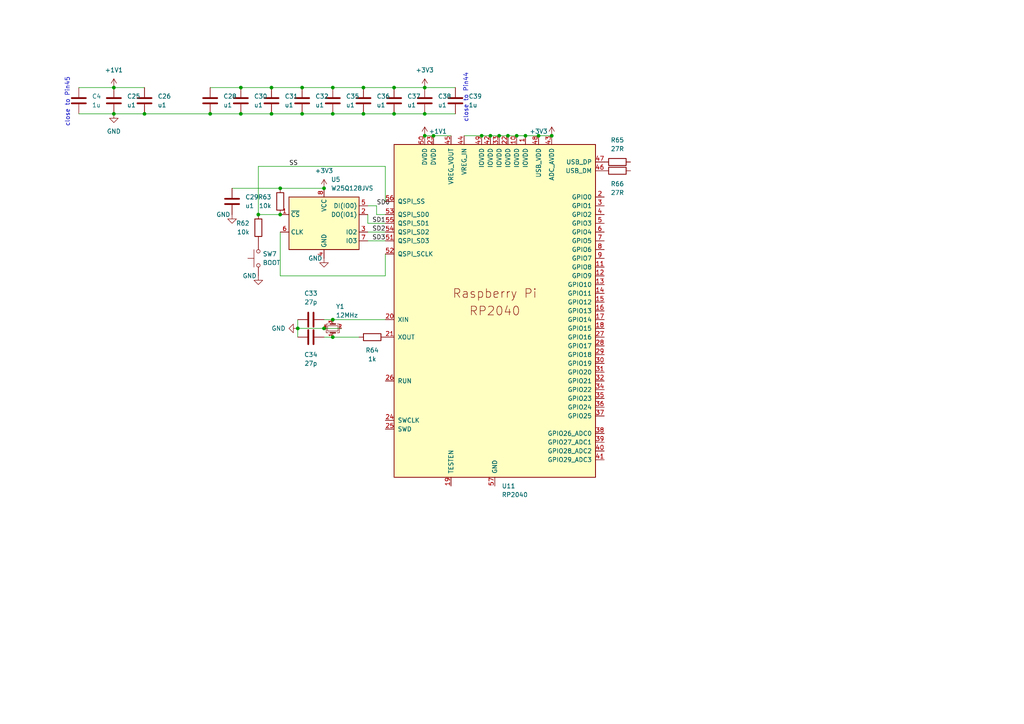
<source format=kicad_sch>
(kicad_sch (version 20211123) (generator eeschema)
  (paper "A4")
  (lib_symbols
    (symbol "Device:C" (pin_numbers hide) (pin_names (offset 0.254))
      (property "Reference" "C" (at 0.635 2.54 0))
      (property "Value" "C" (at 0.635 -2.54 0))
      (symbol "C_0_1"
        (polyline (pts (xy -2.032 -0.762) (xy 2.032 -0.762)) (stroke (width 0.508)))
        (polyline (pts (xy -2.032 0.762) (xy 2.032 0.762)) (stroke (width 0.508)))
      )
      (symbol "C_1_1"
        (pin passive line (at 0 3.81 270) (length 2.794) (name "~") (number "1"))
        (pin passive line (at 0 -3.81 90) (length 2.794) (name "~") (number "2"))
      )
    )
    (symbol "Device:Crystal_GND24_Small" (pin_names (offset 1.016) hide)
      (property "Reference" "Y" (at 1.27 4.445 0))
      (property "Value" "Crystal_GND24_Small" (at 1.27 2.54 0))
      (symbol "Crystal_GND24_Small_0_1"
        (rectangle (start -0.762 -1.524) (end 0.762 1.524))
        (polyline (pts (xy -1.27 -0.762) (xy -1.27 0.762)) (stroke (width 0.381)))
        (polyline (pts (xy 1.27 -0.762) (xy 1.27 0.762)) (stroke (width 0.381)))
        (polyline (pts (xy -1.27 -1.27) (xy -1.27 -1.905) (xy 1.27 -1.905) (xy 1.27 -1.27)))
        (polyline (pts (xy -1.27 1.27) (xy -1.27 1.905) (xy 1.27 1.905) (xy 1.27 1.27)))
      )
      (symbol "Crystal_GND24_Small_1_1"
        (pin passive line (at -2.54 0 0) (length 1.27) (name "1") (number "1"))
        (pin passive line (at 0 -2.54 90) (length 0.635) (name "2") (number "2"))
        (pin passive line (at 2.54 0 180) (length 1.27) (name "3") (number "3"))
        (pin passive line (at 0 2.54 270) (length 0.635) (name "4") (number "4"))
      )
    )
    (symbol "Device:R" (pin_numbers hide) (pin_names (offset 0))
      (property "Reference" "R" (at 2.032 0 90))
      (property "Value" "R" (at 0 0 90))
      (symbol "R_0_1"
        (rectangle (start -1.016 -2.54) (end 1.016 2.54) (stroke (width 0.254)))
      )
      (symbol "R_1_1"
        (pin passive line (at 0 3.81 270) (length 1.27) (name "~") (number "1"))
        (pin passive line (at 0 -3.81 90) (length 1.27) (name "~") (number "2"))
      )
    )
    (symbol "MCU_RaspberryPi_RP2040:RP2040" (pin_names (offset 1.016))
      (property "Reference" "U" (at -29.21 49.53 0))
      (property "Value" "RP2040" (at 24.13 -49.53 0))
      (symbol "RP2040_0_0"
        (text "Raspberry Pi" (at 0 5.08 0) (effects (font (size 2.54 2.54))))
        (text "RP2040" (at 0 0 0) (effects (font (size 2.54 2.54))))
      )
      (symbol "RP2040_0_1"
        (rectangle (start 29.21 48.26) (end -29.21 -48.26) (stroke (width 0.254)) (fill (type background)))
      )
      (symbol "RP2040_1_1"
        (pin power_in line (at 8.89 50.8 270) (length 2.54) (name "IOVDD") (number "1"))
        (pin power_in line (at 6.35 50.8 270) (length 2.54) (name "IOVDD") (number "10"))
        (pin bidirectional line (at 31.75 12.7 180) (length 2.54) (name "GPIO8") (number "11"))
        (pin bidirectional line (at 31.75 10.16 180) (length 2.54) (name "GPIO9") (number "12"))
        (pin bidirectional line (at 31.75 7.62 180) (length 2.54) (name "GPIO10") (number "13"))
        (pin bidirectional line (at 31.75 5.08 180) (length 2.54) (name "GPIO11") (number "14"))
        (pin bidirectional line (at 31.75 2.54 180) (length 2.54) (name "GPIO12") (number "15"))
        (pin bidirectional line (at 31.75 0 180) (length 2.54) (name "GPIO13") (number "16"))
        (pin bidirectional line (at 31.75 -2.54 180) (length 2.54) (name "GPIO14") (number "17"))
        (pin bidirectional line (at 31.75 -5.08 180) (length 2.54) (name "GPIO15") (number "18"))
        (pin passive line (at -12.7 -50.8 90) (length 2.54) (name "TESTEN") (number "19"))
        (pin bidirectional line (at 31.75 33.02 180) (length 2.54) (name "GPIO0") (number "2"))
        (pin input line (at -31.75 -2.54 0) (length 2.54) (name "XIN") (number "20"))
        (pin passive line (at -31.75 -7.62 0) (length 2.54) (name "XOUT") (number "21"))
        (pin power_in line (at 3.81 50.8 270) (length 2.54) (name "IOVDD") (number "22"))
        (pin power_in line (at -17.78 50.8 270) (length 2.54) (name "DVDD") (number "23"))
        (pin output line (at -31.75 -31.75 0) (length 2.54) (name "SWCLK") (number "24"))
        (pin bidirectional line (at -31.75 -34.29 0) (length 2.54) (name "SWD") (number "25"))
        (pin input line (at -31.75 -20.32 0) (length 2.54) (name "RUN") (number "26"))
        (pin bidirectional line (at 31.75 -7.62 180) (length 2.54) (name "GPIO16") (number "27"))
        (pin bidirectional line (at 31.75 -10.16 180) (length 2.54) (name "GPIO17") (number "28"))
        (pin bidirectional line (at 31.75 -12.7 180) (length 2.54) (name "GPIO18") (number "29"))
        (pin bidirectional line (at 31.75 30.48 180) (length 2.54) (name "GPIO1") (number "3"))
        (pin bidirectional line (at 31.75 -15.24 180) (length 2.54) (name "GPIO19") (number "30"))
        (pin bidirectional line (at 31.75 -17.78 180) (length 2.54) (name "GPIO20") (number "31"))
        (pin bidirectional line (at 31.75 -20.32 180) (length 2.54) (name "GPIO21") (number "32"))
        (pin power_in line (at 1.27 50.8 270) (length 2.54) (name "IOVDD") (number "33"))
        (pin bidirectional line (at 31.75 -22.86 180) (length 2.54) (name "GPIO22") (number "34"))
        (pin bidirectional line (at 31.75 -25.4 180) (length 2.54) (name "GPIO23") (number "35"))
        (pin bidirectional line (at 31.75 -27.94 180) (length 2.54) (name "GPIO24") (number "36"))
        (pin bidirectional line (at 31.75 -30.48 180) (length 2.54) (name "GPIO25") (number "37"))
        (pin bidirectional line (at 31.75 -35.56 180) (length 2.54) (name "GPIO26_ADC0") (number "38"))
        (pin bidirectional line (at 31.75 -38.1 180) (length 2.54) (name "GPIO27_ADC1") (number "39"))
        (pin bidirectional line (at 31.75 27.94 180) (length 2.54) (name "GPIO2") (number "4"))
        (pin bidirectional line (at 31.75 -40.64 180) (length 2.54) (name "GPIO28_ADC2") (number "40"))
        (pin bidirectional line (at 31.75 -43.18 180) (length 2.54) (name "GPIO29_ADC3") (number "41"))
        (pin power_in line (at -1.27 50.8 270) (length 2.54) (name "IOVDD") (number "42"))
        (pin power_in line (at 16.51 50.8 270) (length 2.54) (name "ADC_AVDD") (number "43"))
        (pin power_in line (at -8.89 50.8 270) (length 2.54) (name "VREG_IN") (number "44"))
        (pin power_out line (at -12.7 50.8 270) (length 2.54) (name "VREG_VOUT") (number "45"))
        (pin bidirectional line (at 31.75 40.64 180) (length 2.54) (name "USB_DM") (number "46"))
        (pin bidirectional line (at 31.75 43.18 180) (length 2.54) (name "USB_DP") (number "47"))
        (pin power_in line (at 12.7 50.8 270) (length 2.54) (name "USB_VDD") (number "48"))
        (pin power_in line (at -3.81 50.8 270) (length 2.54) (name "IOVDD") (number "49"))
        (pin bidirectional line (at 31.75 25.4 180) (length 2.54) (name "GPIO3") (number "5"))
        (pin power_in line (at -20.32 50.8 270) (length 2.54) (name "DVDD") (number "50"))
        (pin bidirectional line (at -31.75 20.32 0) (length 2.54) (name "QSPI_SD3") (number "51"))
        (pin output line (at -31.75 16.51 0) (length 2.54) (name "QSPI_SCLK") (number "52"))
        (pin bidirectional line (at -31.75 27.94 0) (length 2.54) (name "QSPI_SD0") (number "53"))
        (pin bidirectional line (at -31.75 22.86 0) (length 2.54) (name "QSPI_SD2") (number "54"))
        (pin bidirectional line (at -31.75 25.4 0) (length 2.54) (name "QSPI_SD1") (number "55"))
        (pin bidirectional line (at -31.75 31.75 0) (length 2.54) (name "QSPI_SS") (number "56"))
        (pin power_in line (at 0 -50.8 90) (length 2.54) (name "GND") (number "57"))
        (pin bidirectional line (at 31.75 22.86 180) (length 2.54) (name "GPIO4") (number "6"))
        (pin bidirectional line (at 31.75 20.32 180) (length 2.54) (name "GPIO5") (number "7"))
        (pin bidirectional line (at 31.75 17.78 180) (length 2.54) (name "GPIO6") (number "8"))
        (pin bidirectional line (at 31.75 15.24 180) (length 2.54) (name "GPIO7") (number "9"))
      )
    )
    (symbol "Memory_Flash:W25Q128JVS"
      (property "Reference" "U" (at -8.89 8.89 0))
      (property "Value" "W25Q128JVS" (at 7.62 8.89 0))
      (symbol "W25Q128JVS_0_1"
        (rectangle (start -10.16 7.62) (end 10.16 -7.62) (stroke (width 0.254)) (fill (type background)))
      )
      (symbol "W25Q128JVS_1_1"
        (pin input line (at -12.7 2.54 0) (length 2.54) (name "~{CS}") (number "1"))
        (pin bidirectional line (at 12.7 2.54 180) (length 2.54) (name "DO(IO1)") (number "2"))
        (pin bidirectional line (at 12.7 -2.54 180) (length 2.54) (name "IO2") (number "3"))
        (pin power_in line (at 0 -10.16 90) (length 2.54) (name "GND") (number "4"))
        (pin bidirectional line (at 12.7 5.08 180) (length 2.54) (name "DI(IO0)") (number "5"))
        (pin input line (at -12.7 -2.54 0) (length 2.54) (name "CLK") (number "6"))
        (pin bidirectional line (at 12.7 -5.08 180) (length 2.54) (name "IO3") (number "7"))
        (pin power_in line (at 0 10.16 270) (length 2.54) (name "VCC") (number "8"))
      )
    )
    (symbol "Switch:SW_Push" (pin_numbers hide) (pin_names (offset 1.016) hide)
      (property "Reference" "SW" (at 1.27 2.54 0))
      (property "Value" "SW_Push" (at 0 -1.524 0))
      (symbol "SW_Push_0_1"
        (circle (center -2.032 0) (radius 0.508))
        (polyline (pts (xy 0 1.27) (xy 0 3.048)))
        (polyline (pts (xy 2.54 1.27) (xy -2.54 1.27)))
        (circle (center 2.032 0) (radius 0.508))
        (pin passive line (at -5.08 0 0) (length 2.54) (name "1") (number "1"))
        (pin passive line (at 5.08 0 180) (length 2.54) (name "2") (number "2"))
      )
    )
    (symbol "power:+1V1" (power) (pin_names (offset 0))
      (property "Value" "+1V1" (at 0 3.556 0))
      (symbol "+1V1_0_1"
        (polyline (pts (xy -0.762 1.27) (xy 0 2.54)))
        (polyline (pts (xy 0 0) (xy 0 2.54)))
        (polyline (pts (xy 0 2.54) (xy 0.762 1.27)))
      )
      (symbol "+1V1_1_1"
        (pin power_in line (at 0 0 90) (length 0) hide (name "+1V1") (number "1"))
      )
    )
    (symbol "power:+3V3" (power) (pin_names (offset 0))
      (property "Value" "+3V3" (at 0 3.556 0))
      (symbol "+3V3_0_1"
        (polyline (pts (xy -0.762 1.27) (xy 0 2.54)))
        (polyline (pts (xy 0 0) (xy 0 2.54)))
        (polyline (pts (xy 0 2.54) (xy 0.762 1.27)))
      )
      (symbol "+3V3_1_1"
        (pin power_in line (at 0 0 90) (length 0) hide (name "+3V3") (number "1"))
      )
    )
    (symbol "power:GND" (power) (pin_names (offset 0))
      (property "Value" "GND" (at 0 -3.81 0))
      (symbol "GND_0_1"
        (polyline (pts (xy 0 0) (xy 0 -1.27) (xy 1.27 -1.27) (xy 0 -2.54) (xy -1.27 -1.27) (xy 0 -1.27)))
      )
      (symbol "GND_1_1"
        (pin power_in line (at 0 0 270) (length 0) hide (name "GND") (number "1"))
      )
    )
  )
  (junction (at 78.74 33.02))
  (junction (at 139.7 39.37))
  (junction (at 81.28 62.23))
  (junction (at 86.36 95.25))
  (junction (at 114.3 33.02))
  (junction (at 93.98 95.25))
  (junction (at 60.96 33.02))
  (junction (at 96.52 97.79))
  (junction (at 123.19 39.37))
  (junction (at 41.91 33.02))
  (junction (at 156.21 39.37))
  (junction (at 96.52 92.71))
  (junction (at 144.78 39.37))
  (junction (at 160.02 39.37))
  (junction (at 81.28 54.61))
  (junction (at 96.52 33.02))
  (junction (at 33.02 25.4))
  (junction (at 93.98 54.61))
  (junction (at 96.52 25.4))
  (junction (at 142.24 39.37))
  (junction (at 147.32 39.37))
  (junction (at 105.41 25.4))
  (junction (at 152.4 39.37))
  (junction (at 105.41 33.02))
  (junction (at 78.74 25.4))
  (junction (at 33.02 33.02))
  (junction (at 74.93 62.23))
  (junction (at 149.86 39.37))
  (junction (at 125.73 39.37))
  (junction (at 69.85 33.02))
  (junction (at 69.85 25.4))
  (junction (at 87.63 33.02))
  (junction (at 123.19 33.02))
  (junction (at 87.63 25.4))
  (junction (at 123.19 25.4))
  (junction (at 114.3 25.4))
  (wire (pts (xy 86.36 92.71) (xy 86.36 95.25)))
  (wire (pts (xy 96.52 97.79) (xy 104.14 97.79)))
  (wire (pts (xy 74.93 48.26) (xy 74.93 62.23)))
  (wire (pts (xy 96.52 92.71) (xy 111.76 92.71)))
  (wire (pts (xy 111.76 64.77) (xy 106.68 64.77)))
  (wire (pts (xy 111.76 73.66) (xy 111.76 80.01)))
  (wire (pts (xy 144.78 39.37) (xy 147.32 39.37)))
  (wire (pts (xy 87.63 25.4) (xy 96.52 25.4)))
  (wire (pts (xy 33.02 33.02) (xy 41.91 33.02)))
  (wire (pts (xy 67.31 54.61) (xy 81.28 54.61)))
  (wire (pts (xy 142.24 39.37) (xy 144.78 39.37)))
  (wire (pts (xy 81.28 54.61) (xy 93.98 54.61)))
  (wire (pts (xy 93.98 95.25) (xy 99.06 95.25)))
  (wire (pts (xy 111.76 80.01) (xy 81.28 80.01)))
  (wire (pts (xy 147.32 39.37) (xy 149.86 39.37)))
  (wire (pts (xy 22.86 25.4) (xy 33.02 25.4)))
  (wire (pts (xy 86.36 95.25) (xy 93.98 95.25)))
  (wire (pts (xy 114.3 25.4) (xy 123.19 25.4)))
  (wire (pts (xy 93.98 92.71) (xy 96.52 92.71)))
  (wire (pts (xy 125.73 39.37) (xy 130.81 39.37)))
  (wire (pts (xy 78.74 25.4) (xy 87.63 25.4)))
  (wire (pts (xy 123.19 25.4) (xy 132.08 25.4)))
  (wire (pts (xy 152.4 39.37) (xy 156.21 39.37)))
  (wire (pts (xy 41.91 33.02) (xy 60.96 33.02)))
  (wire (pts (xy 105.41 25.4) (xy 114.3 25.4)))
  (wire (pts (xy 60.96 33.02) (xy 69.85 33.02)))
  (wire (pts (xy 60.96 25.4) (xy 69.85 25.4)))
  (wire (pts (xy 69.85 25.4) (xy 78.74 25.4)))
  (wire (pts (xy 114.3 33.02) (xy 123.19 33.02)))
  (wire (pts (xy 111.76 48.26) (xy 74.93 48.26)))
  (wire (pts (xy 93.98 97.79) (xy 96.52 97.79)))
  (wire (pts (xy 69.85 33.02) (xy 78.74 33.02)))
  (wire (pts (xy 156.21 39.37) (xy 160.02 39.37)))
  (wire (pts (xy 106.68 64.77) (xy 106.68 62.23)))
  (wire (pts (xy 96.52 33.02) (xy 105.41 33.02)))
  (wire (pts (xy 139.7 39.37) (xy 142.24 39.37)))
  (wire (pts (xy 105.41 33.02) (xy 114.3 33.02)))
  (wire (pts (xy 111.76 62.23) (xy 109.22 62.23)))
  (wire (pts (xy 106.68 69.85) (xy 111.76 69.85)))
  (wire (pts (xy 149.86 39.37) (xy 152.4 39.37)))
  (wire (pts (xy 106.68 67.31) (xy 111.76 67.31)))
  (wire (pts (xy 33.02 25.4) (xy 41.91 25.4)))
  (wire (pts (xy 87.63 33.02) (xy 96.52 33.02)))
  (wire (pts (xy 78.74 33.02) (xy 87.63 33.02)))
  (wire (pts (xy 123.19 39.37) (xy 125.73 39.37)))
  (wire (pts (xy 109.22 62.23) (xy 109.22 59.69)))
  (wire (pts (xy 109.22 59.69) (xy 106.68 59.69)))
  (wire (pts (xy 134.62 39.37) (xy 139.7 39.37)))
  (wire (pts (xy 81.28 80.01) (xy 81.28 67.31)))
  (wire (pts (xy 111.76 58.42) (xy 111.76 48.26)))
  (wire (pts (xy 22.86 33.02) (xy 33.02 33.02)))
  (wire (pts (xy 74.93 62.23) (xy 81.28 62.23)))
  (wire (pts (xy 123.19 33.02) (xy 132.08 33.02)))
  (wire (pts (xy 86.36 95.25) (xy 86.36 97.79)))
  (wire (pts (xy 96.52 25.4) (xy 105.41 25.4)))
  (text "close to Pin44" (at 135.89 35.56 90) (effects (font (size 1.27 1.27)) (justify left bottom)))
  (text "close to Pin45" (at 20.32 36.83 90) (effects (font (size 1.27 1.27)) (justify left bottom)))
  (label "SD2" (at 107.95 67.31 0))
  (label "SD1" (at 107.95 64.77 0))
  (label "SD0" (at 109.22 59.69 0))
  (label "SS" (at 83.82 48.26 0))
  (label "SD3" (at 107.95 69.85 0))
  (symbol (lib_id "Device:C") (at 60.96 29.21 0) (unit 1)
    (property "Reference" "C28" (at 64.77 27.9399 0) (effects (justify left)))
    (property "Value" "u1" (at 64.77 30.4799 0) (effects (justify left)))
    (property "Footprint" "Capacitor_SMD:C_0402_1005Metric" (effects hide))
  )
  (symbol (lib_id "Device:R") (at 179.07 49.53 90) (unit 1)
    (property "Reference" "R66" (at 179.07 53.34 90))
    (property "Value" "27R" (at 179.07 55.88 90))
    (property "Footprint" "Resistor_SMD:R_0603_1608Metric" (effects hide))
  )
  (symbol (lib_id "Device:C") (at 90.17 92.71 90) (unit 1)
    (property "Reference" "C33" (at 90.17 85.09 90))
    (property "Value" "27p" (at 90.17 87.63 90))
    (property "Footprint" "Capacitor_SMD:C_0402_1005Metric" (effects hide))
  )
  (symbol (lib_id "Device:R") (at 81.28 58.42 180) (unit 1)
    (property "Reference" "R63" (at 78.74 57.1499 0) (effects (justify left)))
    (property "Value" "10k" (at 78.74 59.6899 0) (effects (justify left)))
    (property "Footprint" "Resistor_SMD:R_0402_1005Metric" (effects hide))
  )
  (symbol (lib_id "Device:C") (at 132.08 29.21 0) (unit 1)
    (property "Reference" "C39" (at 135.89 27.9399 0) (effects (justify left)))
    (property "Value" "1u" (at 135.89 30.4799 0) (effects (justify left)))
    (property "Footprint" "Capacitor_SMD:C_0402_1005Metric" (effects hide))
  )
  (symbol (lib_id "power:+3V3") (at 123.19 25.4 0) (unit 1)
    (property "Reference" "#PWR086" (effects hide))
    (property "Value" "+3V3" (at 123.19 20.32 0))
  )
  (symbol (lib_id "power:+1V1") (at 123.19 39.37 0) (unit 1)
    (property "Reference" "#PWR087" (effects hide))
    (property "Value" "+1V1" (at 127 38.1 0))
  )
  (symbol (lib_id "power:GND") (at 33.02 33.02 0) (unit 1)
    (property "Reference" "#PWR080" (effects hide))
    (property "Value" "GND" (at 33.02 38.1 0))
  )
  (symbol (lib_id "power:GND") (at 74.93 80.01 0) (unit 1)
    (property "Reference" "#PWR082" (effects hide))
    (property "Value" "GND" (at 72.39 80.01 0))
  )
  (symbol (lib_id "Device:C") (at 87.63 29.21 0) (unit 1)
    (property "Reference" "C32" (at 91.44 27.9399 0) (effects (justify left)))
    (property "Value" "u1" (at 91.44 30.4799 0) (effects (justify left)))
    (property "Footprint" "Capacitor_SMD:C_0402_1005Metric" (effects hide))
  )
  (symbol (lib_id "Device:C") (at 114.3 29.21 0) (unit 1)
    (property "Reference" "C37" (at 118.11 27.9399 0) (effects (justify left)))
    (property "Value" "u1" (at 118.11 30.4799 0) (effects (justify left)))
    (property "Footprint" "Capacitor_SMD:C_0402_1005Metric" (effects hide))
  )
  (symbol (lib_id "Device:R") (at 74.93 66.04 180) (unit 1)
    (property "Reference" "R62" (at 72.39 64.7699 0) (effects (justify left)))
    (property "Value" "10k" (at 72.39 67.3099 0) (effects (justify left)))
    (property "Footprint" "Resistor_SMD:R_0402_1005Metric" (effects hide))
  )
  (symbol (lib_id "Device:C") (at 33.02 29.21 0) (unit 1)
    (property "Reference" "C25" (at 36.83 27.9399 0) (effects (justify left)))
    (property "Value" "u1" (at 36.83 30.4799 0) (effects (justify left)))
    (property "Footprint" "Capacitor_SMD:C_0402_1005Metric" (effects hide))
  )
  (symbol (lib_id "Device:Crystal_GND24_Small") (at 96.52 95.25 90) (unit 1)
    (property "Reference" "Y1" (at 97.4089 88.9 90) (effects (justify right)))
    (property "Value" "12MHz" (at 97.4089 91.44 90) (effects (justify right)))
    (property "Footprint" "Crystal:Crystal_SMD_3225-4Pin_3.2x2.5mm" (effects hide))
  )
  (symbol (lib_id "Device:C") (at 90.17 97.79 90) (unit 1)
    (property "Reference" "C34" (at 90.17 102.87 90))
    (property "Value" "27p" (at 90.17 105.41 90))
    (property "Footprint" "Capacitor_SMD:C_0402_1005Metric" (effects hide))
  )
  (symbol (lib_id "power:GND") (at 93.98 74.93 0) (unit 1)
    (property "Reference" "#PWR085" (effects hide))
    (property "Value" "GND" (at 91.44 74.93 0))
  )
  (symbol (lib_id "Device:C") (at 123.19 29.21 0) (unit 1)
    (property "Reference" "C38" (at 127 27.9399 0) (effects (justify left)))
    (property "Value" "u1" (at 127 30.4799 0) (effects (justify left)))
    (property "Footprint" "Capacitor_SMD:C_0402_1005Metric" (effects hide))
  )
  (symbol (lib_id "power:+3V3") (at 93.98 54.61 0) (unit 1)
    (property "Reference" "#PWR084" (effects hide))
    (property "Value" "+3V3" (at 93.98 49.53 0))
  )
  (symbol (lib_id "power:+1V1") (at 33.02 25.4 0) (unit 1)
    (property "Reference" "#PWR079" (effects hide))
    (property "Value" "+1V1" (at 33.02 20.32 0))
  )
  (symbol (lib_id "power:GND") (at 67.31 62.23 0) (unit 1)
    (property "Reference" "#PWR081" (effects hide))
    (property "Value" "GND" (at 64.77 62.23 0))
  )
  (symbol (lib_id "power:GND") (at 86.36 95.25 270) (unit 1)
    (property "Reference" "#PWR083" (effects hide))
    (property "Value" "GND" (at 78.74 95.25 90) (effects (justify left)))
  )
  (symbol (lib_id "Switch:SW_Push") (at 74.93 74.93 90) (unit 1)
    (property "Reference" "SW7" (at 76.2 73.6599 90) (effects (justify right)))
    (property "Value" "BOOT" (at 76.2 76.1999 90) (effects (justify right)))
    (property "Footprint" "Button_Switch_SMD:SW_SPST_TL3342" (effects hide))
  )
  (symbol (lib_id "Device:R") (at 107.95 97.79 90) (unit 1)
    (property "Reference" "R64" (at 107.95 101.6 90))
    (property "Value" "1k" (at 107.95 104.14 90))
    (property "Footprint" "Resistor_SMD:R_0402_1005Metric" (effects hide))
  )
  (symbol (lib_id "Device:R") (at 179.07 46.99 90) (unit 1)
    (property "Reference" "R65" (at 179.07 40.64 90))
    (property "Value" "27R" (at 179.07 43.18 90))
    (property "Footprint" "Resistor_SMD:R_0603_1608Metric" (effects hide))
  )
  (symbol (lib_id "Memory_Flash:W25Q128JVS") (at 93.98 64.77 0) (unit 1)
    (property "Reference" "U5" (at 95.9994 52.07 0) (effects (justify left)))
    (property "Value" "W25Q128JVS" (at 95.9994 54.61 0) (effects (justify left)))
    (property "Footprint" "Package_SO:SOIC-8_5.23x5.23mm_P1.27mm" (effects hide))
    (property "Datasheet" "http://www.winbond.com/resource-files/w25q128jv_dtr%20revc%2003272018%20plus.pdf" (effects hide))
  )
  (symbol (lib_id "Device:C") (at 96.52 29.21 0) (unit 1)
    (property "Reference" "C35" (at 100.33 27.9399 0) (effects (justify left)))
    (property "Value" "u1" (at 100.33 30.4799 0) (effects (justify left)))
    (property "Footprint" "Capacitor_SMD:C_0402_1005Metric" (effects hide))
  )
  (symbol (lib_id "power:+3V3") (at 160.02 39.37 0) (unit 1)
    (property "Reference" "#PWR088" (effects hide))
    (property "Value" "+3V3" (at 156.21 38.1 0))
  )
  (symbol (lib_id "Device:C") (at 41.91 29.21 0) (unit 1)
    (property "Reference" "C26" (at 45.72 27.9399 0) (effects (justify left)))
    (property "Value" "u1" (at 45.72 30.4799 0) (effects (justify left)))
    (property "Footprint" "Capacitor_SMD:C_0402_1005Metric" (effects hide))
  )
  (symbol (lib_id "Device:C") (at 67.31 58.42 0) (unit 1)
    (property "Reference" "C29" (at 71.12 57.1499 0) (effects (justify left)))
    (property "Value" "u1" (at 71.12 59.6899 0) (effects (justify left)))
    (property "Footprint" "Capacitor_SMD:C_0402_1005Metric" (effects hide))
  )
  (symbol (lib_id "Device:C") (at 22.86 29.21 0) (unit 1)
    (property "Reference" "C4" (at 26.67 27.9399 0) (effects (justify left)))
    (property "Value" "1u" (at 26.67 30.4799 0) (effects (justify left)))
    (property "Footprint" "Capacitor_SMD:C_0402_1005Metric" (effects hide))
  )
  (symbol (lib_id "Device:C") (at 69.85 29.21 0) (unit 1)
    (property "Reference" "C30" (at 73.66 27.9399 0) (effects (justify left)))
    (property "Value" "u1" (at 73.66 30.4799 0) (effects (justify left)))
    (property "Footprint" "Capacitor_SMD:C_0402_1005Metric" (effects hide))
  )
  (symbol (lib_id "MCU_RaspberryPi_RP2040:RP2040") (at 143.51 90.17 0) (unit 1)
    (property "Reference" "U11" (at 145.5294 140.97 0) (effects (justify left)))
    (property "Value" "RP2040" (at 145.5294 143.51 0) (effects (justify left)))
    (property "Footprint" "liebler_SEMICONDUCTORS:RP2040-QFN-56" (effects hide))
  )
  (symbol (lib_id "Device:C") (at 78.74 29.21 0) (unit 1)
    (property "Reference" "C31" (at 82.55 27.9399 0) (effects (justify left)))
    (property "Value" "u1" (at 82.55 30.4799 0) (effects (justify left)))
    (property "Footprint" "Capacitor_SMD:C_0402_1005Metric" (effects hide))
  )
  (symbol (lib_id "Device:C") (at 105.41 29.21 0) (unit 1)
    (property "Reference" "C36" (at 109.22 27.9399 0) (effects (justify left)))
    (property "Value" "u1" (at 109.22 30.4799 0) (effects (justify left)))
    (property "Footprint" "Capacitor_SMD:C_0402_1005Metric" (effects hide))
  )
)
</source>
